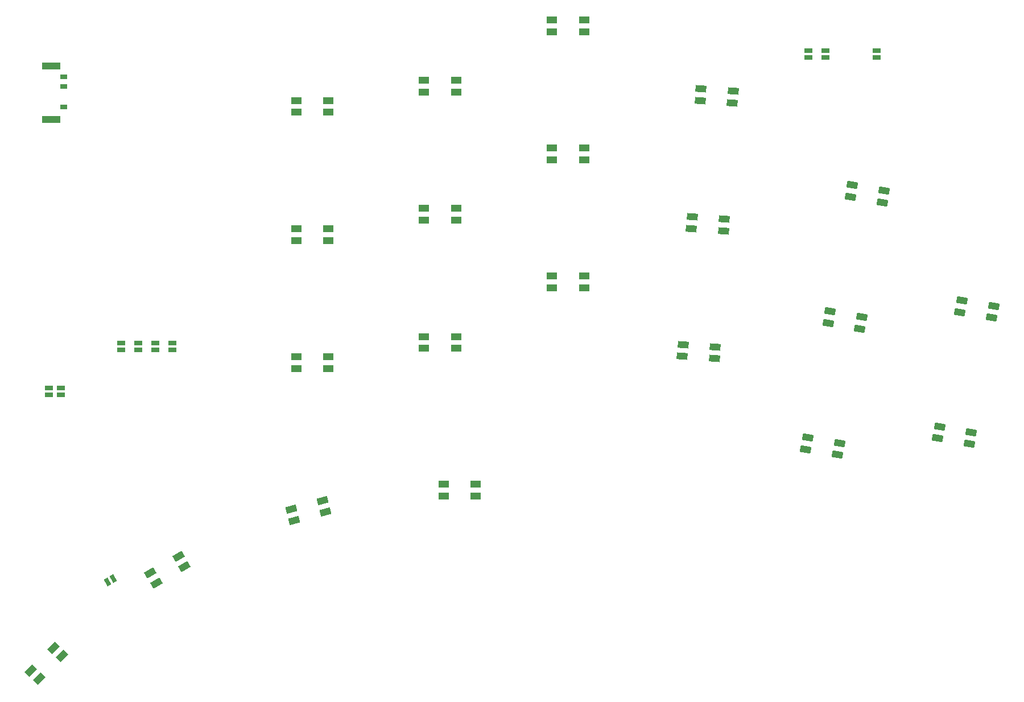
<source format=gbp>
G04 #@! TF.GenerationSoftware,KiCad,Pcbnew,(6.0.9)*
G04 #@! TF.CreationDate,2022-12-21T13:42:31-08:00*
G04 #@! TF.ProjectId,klor1_3,6b6c6f72-315f-4332-9e6b-696361645f70,v1.3.0*
G04 #@! TF.SameCoordinates,Original*
G04 #@! TF.FileFunction,Paste,Bot*
G04 #@! TF.FilePolarity,Positive*
%FSLAX46Y46*%
G04 Gerber Fmt 4.6, Leading zero omitted, Abs format (unit mm)*
G04 Created by KiCad (PCBNEW (6.0.9)) date 2022-12-21 13:42:31*
%MOMM*%
%LPD*%
G01*
G04 APERTURE LIST*
G04 Aperture macros list*
%AMRotRect*
0 Rectangle, with rotation*
0 The origin of the aperture is its center*
0 $1 length*
0 $2 width*
0 $3 Rotation angle, in degrees counterclockwise*
0 Add horizontal line*
21,1,$1,$2,0,0,$3*%
G04 Aperture macros list end*
%ADD10RotRect,1.600000X1.000000X225.000000*%
%ADD11R,1.600000X1.000000*%
%ADD12RotRect,1.600000X1.000000X176.000000*%
%ADD13RotRect,1.600000X1.000000X195.000000*%
%ADD14RotRect,1.600000X1.000000X170.000000*%
%ADD15RotRect,1.600000X1.000000X210.000000*%
%ADD16R,1.000000X0.700000*%
%ADD17R,2.800000X1.000000*%
%ADD18R,1.143000X0.635000*%
%ADD19RotRect,0.635000X1.143000X210.000000*%
G04 APERTURE END LIST*
D10*
X84152806Y-144296586D03*
X82915370Y-143059149D03*
X79521257Y-146453262D03*
X80758694Y-147690698D03*
D11*
X145765363Y-120443038D03*
X145765363Y-118693038D03*
X140965363Y-118693038D03*
X140965363Y-120443038D03*
D12*
X183953769Y-61950744D03*
X184075843Y-60205007D03*
X179287536Y-59870176D03*
X179165462Y-61615913D03*
D13*
X123372302Y-122860548D03*
X122919369Y-121170178D03*
X118282925Y-122412510D03*
X118735858Y-124102880D03*
D11*
X161865363Y-70420441D03*
X161865363Y-68670441D03*
X157065363Y-68670441D03*
X157065363Y-70420441D03*
D14*
X222514927Y-93919026D03*
X222818812Y-92195612D03*
X218091735Y-91362101D03*
X217787850Y-93085515D03*
D12*
X181292896Y-100003017D03*
X181414970Y-98257280D03*
X176626663Y-97922449D03*
X176504589Y-99668186D03*
D11*
X123821933Y-82420441D03*
X123821933Y-80670441D03*
X119021933Y-80670441D03*
X119021933Y-82420441D03*
D14*
X219203006Y-112701867D03*
X219506891Y-110978453D03*
X214779814Y-110144942D03*
X214475929Y-111868356D03*
D11*
X123821934Y-101493038D03*
X123821934Y-99743038D03*
X119021934Y-99743038D03*
X119021934Y-101493038D03*
X123821934Y-63347844D03*
X123821934Y-61597844D03*
X119021934Y-61597844D03*
X119021934Y-63347844D03*
D12*
X182623333Y-80976879D03*
X182745407Y-79231142D03*
X177957100Y-78896311D03*
X177835026Y-80642048D03*
D11*
X161865363Y-51347845D03*
X161865363Y-49597845D03*
X157065363Y-49597845D03*
X157065363Y-51347845D03*
D15*
X102367080Y-130996550D03*
X101492080Y-129481005D03*
X97335158Y-131881005D03*
X98210158Y-133396550D03*
D14*
X199600768Y-114322598D03*
X199904653Y-112599184D03*
X195177576Y-111765673D03*
X194873691Y-113489087D03*
D11*
X142815363Y-98493038D03*
X142815363Y-96743038D03*
X138015363Y-96743038D03*
X138015363Y-98493038D03*
X142815364Y-79420441D03*
X142815364Y-77670441D03*
X138015364Y-77670441D03*
X138015364Y-79420441D03*
D14*
X206224612Y-76756915D03*
X206528497Y-75033501D03*
X201801420Y-74199990D03*
X201497535Y-75923404D03*
D16*
X84455193Y-62546409D03*
X84455193Y-59546409D03*
X84455193Y-58046409D03*
D17*
X82555193Y-64396409D03*
X82555193Y-56446409D03*
D11*
X161865363Y-89493038D03*
X161865363Y-87743038D03*
X157065363Y-87743038D03*
X157065363Y-89493038D03*
D14*
X202912690Y-95539755D03*
X203216575Y-93816341D03*
X198489498Y-92982830D03*
X198185613Y-94706244D03*
D11*
X142815364Y-60347845D03*
X142815364Y-58597845D03*
X138015364Y-58597845D03*
X138015364Y-60347845D03*
D18*
X92983414Y-97671801D03*
X92983414Y-98672561D03*
X100567415Y-97671801D03*
X100567415Y-98672561D03*
X195278964Y-55220561D03*
X195278964Y-54219801D03*
X98022415Y-97671801D03*
X98022415Y-98672561D03*
X82253965Y-104369800D03*
X82253965Y-105370560D03*
D19*
X91804306Y-132728991D03*
X90937622Y-133229371D03*
D18*
X95519965Y-97671801D03*
X95519965Y-98672561D03*
X84028965Y-104369801D03*
X84028965Y-105370561D03*
X197778964Y-55220561D03*
X197778964Y-54219801D03*
X205453965Y-55220561D03*
X205453965Y-54219801D03*
M02*

</source>
